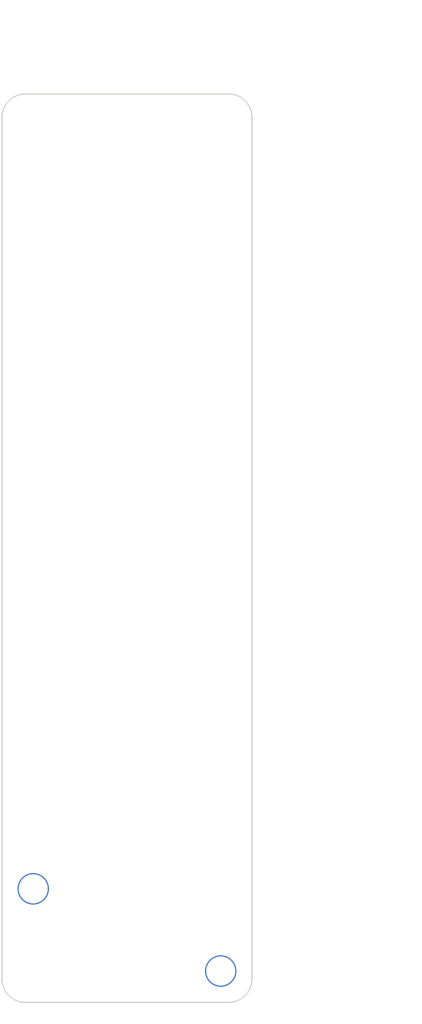
<source format=kicad_pcb>
(kicad_pcb (version 20171130) (host pcbnew "(5.0.1-3-g963ef8bb5)")

  (general
    (thickness 1.6)
    (drawings 11)
    (tracks 0)
    (zones 0)
    (modules 2)
    (nets 1)
  )

  (page A4)
  (layers
    (0 F.Cu signal)
    (31 B.Cu signal)
    (32 B.Adhes user)
    (33 F.Adhes user)
    (34 B.Paste user)
    (35 F.Paste user)
    (36 B.SilkS user)
    (37 F.SilkS user)
    (38 B.Mask user)
    (39 F.Mask user)
    (40 Dwgs.User user)
    (41 Cmts.User user)
    (42 Eco1.User user)
    (43 Eco2.User user)
    (44 Edge.Cuts user)
    (45 Margin user)
    (46 B.CrtYd user)
    (47 F.CrtYd user)
    (48 B.Fab user)
    (49 F.Fab user)
  )

  (setup
    (last_trace_width 0.25)
    (user_trace_width 0.5)
    (trace_clearance 0.2)
    (zone_clearance 0.508)
    (zone_45_only no)
    (trace_min 0.2)
    (segment_width 0.12)
    (edge_width 0.1)
    (via_size 0.8)
    (via_drill 0.4)
    (via_min_size 0.4)
    (via_min_drill 0.3)
    (uvia_size 0.3)
    (uvia_drill 0.1)
    (uvias_allowed no)
    (uvia_min_size 0.2)
    (uvia_min_drill 0.1)
    (pcb_text_width 0.3)
    (pcb_text_size 1.5 1.5)
    (mod_edge_width 0.15)
    (mod_text_size 1 1)
    (mod_text_width 0.15)
    (pad_size 4 4)
    (pad_drill 4)
    (pad_to_mask_clearance 0)
    (solder_mask_min_width 0.25)
    (aux_axis_origin 0 0)
    (grid_origin 22.656632 44.577056)
    (visible_elements FFFFFF7F)
    (pcbplotparams
      (layerselection 0x010f0_ffffffff)
      (usegerberextensions false)
      (usegerberattributes false)
      (usegerberadvancedattributes false)
      (creategerberjobfile false)
      (excludeedgelayer true)
      (linewidth 0.100000)
      (plotframeref false)
      (viasonmask false)
      (mode 1)
      (useauxorigin false)
      (hpglpennumber 1)
      (hpglpenspeed 20)
      (hpglpendiameter 15.000000)
      (psnegative false)
      (psa4output false)
      (plotreference true)
      (plotvalue true)
      (plotinvisibletext false)
      (padsonsilk false)
      (subtractmaskfromsilk false)
      (outputformat 1)
      (mirror false)
      (drillshape 0)
      (scaleselection 1)
      (outputdirectory ""))
  )

  (net 0 "")

  (net_class Default "これはデフォルトのネット クラスです。"
    (clearance 0.2)
    (trace_width 0.25)
    (via_dia 0.8)
    (via_drill 0.4)
    (uvia_dia 0.3)
    (uvia_drill 0.1)
  )

  (module phi-kbd-library:M2_SCREW_HOLE (layer F.Cu) (tedit 5D0CEF27) (tstamp 5ED515FC)
    (at 115.525872 111.252392)
    (descr "Mounting Hole 2.2mm, no annular, M2")
    (tags "mounting hole 2.2mm no annular m2")
    (attr virtual)
    (fp_text reference Ref** (at 0 -3.2) (layer F.Fab)
      (effects (font (size 1 1) (thickness 0.15)))
    )
    (fp_text value Val** (at 0 3.2) (layer F.Fab)
      (effects (font (size 1 1) (thickness 0.15)))
    )
    (fp_circle (center 0 0) (end 0 1.75) (layer F.Fab) (width 0.15))
    (fp_text user %R (at 0.3 0) (layer F.Fab)
      (effects (font (size 1 1) (thickness 0.15)))
    )
    (pad "" np_thru_hole circle (at 0 0) (size 2.4 2.4) (drill 2.2) (layers *.Cu *.Mask))
    (model ${KISYS3DMOD}/phi-kbd.3dshapes/M2_Screw.step
      (at (xyz 0 0 0))
      (scale (xyz 1 1 1))
      (rotate (xyz 0 0 0))
    )
  )

  (module phi-kbd-library:M2_SCREW_HOLE (layer F.Cu) (tedit 5D0CEF27) (tstamp 5EED4B3F)
    (at 101.238288 105.001574)
    (descr "Mounting Hole 2.2mm, no annular, M2")
    (tags "mounting hole 2.2mm no annular m2")
    (attr virtual)
    (fp_text reference Ref** (at 0 -3.2) (layer F.Fab)
      (effects (font (size 1 1) (thickness 0.15)))
    )
    (fp_text value Val** (at 0 3.2) (layer F.Fab)
      (effects (font (size 1 1) (thickness 0.15)))
    )
    (fp_circle (center 0 0) (end 0 1.75) (layer F.Fab) (width 0.15))
    (fp_text user %R (at 0.3 0) (layer F.Fab)
      (effects (font (size 1 1) (thickness 0.15)))
    )
    (pad "" np_thru_hole circle (at 0 0) (size 2.4 2.4) (drill 2.2) (layers *.Cu *.Mask))
    (model ${KISYS3DMOD}/phi-kbd.3dshapes/M2_Screw.step
      (at (xyz 0 0 0))
      (scale (xyz 1 1 1))
      (rotate (xyz 0 0 0))
    )
  )

  (gr_arc (start 100.643028 111.847764) (end 98.85708 111.847764) (angle -90) (layer Edge.Cuts) (width 0.1))
  (gr_arc (start 116.121244 111.847764) (end 116.121244 113.633712) (angle -90) (layer Edge.Cuts) (width 0.1))
  (gr_line (start 100.643028 113.633712) (end 116.121244 113.633712) (layer Edge.Cuts) (width 0.1))
  (gr_line (start 98.85708 46.363004) (end 98.85708 111.847764) (layer Edge.Cuts) (width 0.1))
  (gr_arc (start 100.643028 46.363004) (end 100.643028 44.577056) (angle -90) (layer Edge.Cuts) (width 0.1))
  (dimension 70.175653 (width 0.3) (layer Cmts.User)
    (gr_text "70.176 mm" (at 125.347724 79.733724 270.0282692) (layer Cmts.User)
      (effects (font (size 1.5 1.5) (thickness 0.3)))
    )
    (feature1 (pts (xy 119.69314 114.824344) (xy 123.851456 114.822292)))
    (feature2 (pts (xy 119.658516 44.6487) (xy 123.816832 44.646648)))
    (crossbar (pts (xy 123.230412 44.646938) (xy 123.265036 114.822582)))
    (arrow1a (pts (xy 123.265036 114.822582) (xy 122.67806 113.696368)))
    (arrow1b (pts (xy 123.265036 114.822582) (xy 123.850901 113.695789)))
    (arrow2a (pts (xy 123.230412 44.646938) (xy 122.644547 45.773731)))
    (arrow2b (pts (xy 123.230412 44.646938) (xy 123.817388 45.773152)))
  )
  (dimension 19.050112 (width 0.3) (layer Cmts.User)
    (gr_text "19.050 mm" (at 108.382136 38.535858) (layer Cmts.User)
      (effects (font (size 1.5 1.5) (thickness 0.3)))
    )
    (feature1 (pts (xy 117.907192 42.791108) (xy 117.907192 40.049437)))
    (feature2 (pts (xy 98.85708 42.791108) (xy 98.85708 40.049437)))
    (crossbar (pts (xy 98.85708 40.635858) (xy 117.907192 40.635858)))
    (arrow1a (pts (xy 117.907192 40.635858) (xy 116.780688 41.222279)))
    (arrow1b (pts (xy 117.907192 40.635858) (xy 116.780688 40.049437)))
    (arrow2a (pts (xy 98.85708 40.635858) (xy 99.983584 41.222279)))
    (arrow2b (pts (xy 98.85708 40.635858) (xy 99.983584 40.049437)))
  )
  (gr_line (start 98.857024 106.489864) (end 117.907136 114.824288) (layer Cmts.User) (width 0.12))
  (gr_arc (start 116.121188 46.362948) (end 117.907136 46.362948) (angle -90) (layer Edge.Cuts) (width 0.1))
  (gr_line (start 116.121188 44.577) (end 100.643028 44.577056) (layer Edge.Cuts) (width 0.1))
  (gr_line (start 117.907192 111.847764) (end 117.907136 46.362948) (layer Edge.Cuts) (width 0.1))

)

</source>
